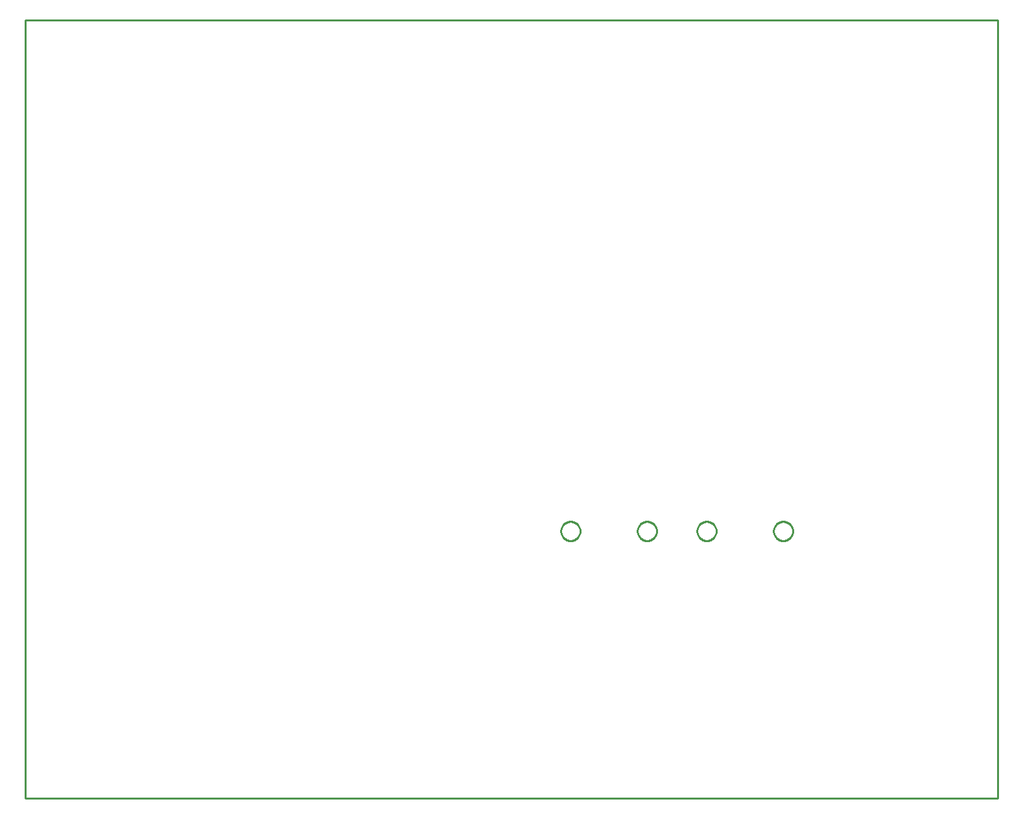
<source format=gbr>
G04 EAGLE Gerber RS-274X export*
G75*
%MOMM*%
%FSLAX34Y34*%
%LPD*%
%IN*%
%IPPOS*%
%AMOC8*
5,1,8,0,0,1.08239X$1,22.5*%
G01*
%ADD10C,0.254000*%


D10*
X0Y0D02*
X1269800Y0D01*
X1270000Y1016000D01*
X0Y1016000D01*
X0Y0D01*
X799500Y349591D02*
X799577Y350570D01*
X799731Y351541D01*
X799960Y352496D01*
X800264Y353430D01*
X800639Y354337D01*
X801085Y355212D01*
X801599Y356050D01*
X802176Y356845D01*
X802814Y357592D01*
X803508Y358286D01*
X804255Y358924D01*
X805050Y359501D01*
X805888Y360015D01*
X806763Y360461D01*
X807670Y360836D01*
X808604Y361140D01*
X809560Y361369D01*
X810530Y361523D01*
X811509Y361600D01*
X812491Y361600D01*
X813470Y361523D01*
X814441Y361369D01*
X815396Y361140D01*
X816330Y360836D01*
X817237Y360461D01*
X818112Y360015D01*
X818950Y359501D01*
X819745Y358924D01*
X820492Y358286D01*
X821186Y357592D01*
X821824Y356845D01*
X822401Y356050D01*
X822915Y355212D01*
X823361Y354337D01*
X823736Y353430D01*
X824040Y352496D01*
X824269Y351541D01*
X824423Y350570D01*
X824500Y349591D01*
X824500Y348609D01*
X824423Y347630D01*
X824269Y346660D01*
X824040Y345704D01*
X823736Y344770D01*
X823361Y343863D01*
X822915Y342988D01*
X822401Y342150D01*
X821824Y341355D01*
X821186Y340608D01*
X820492Y339914D01*
X819745Y339276D01*
X818950Y338699D01*
X818112Y338185D01*
X817237Y337739D01*
X816330Y337364D01*
X815396Y337060D01*
X814441Y336831D01*
X813470Y336677D01*
X812491Y336600D01*
X811509Y336600D01*
X810530Y336677D01*
X809560Y336831D01*
X808604Y337060D01*
X807670Y337364D01*
X806763Y337739D01*
X805888Y338185D01*
X805050Y338699D01*
X804255Y339276D01*
X803508Y339914D01*
X802814Y340608D01*
X802176Y341355D01*
X801599Y342150D01*
X801085Y342988D01*
X800639Y343863D01*
X800264Y344770D01*
X799960Y345704D01*
X799731Y346660D01*
X799577Y347630D01*
X799500Y348609D01*
X799500Y349591D01*
X699500Y349591D02*
X699577Y350570D01*
X699731Y351541D01*
X699960Y352496D01*
X700264Y353430D01*
X700639Y354337D01*
X701085Y355212D01*
X701599Y356050D01*
X702176Y356845D01*
X702814Y357592D01*
X703508Y358286D01*
X704255Y358924D01*
X705050Y359501D01*
X705888Y360015D01*
X706763Y360461D01*
X707670Y360836D01*
X708604Y361140D01*
X709560Y361369D01*
X710530Y361523D01*
X711509Y361600D01*
X712491Y361600D01*
X713470Y361523D01*
X714441Y361369D01*
X715396Y361140D01*
X716330Y360836D01*
X717237Y360461D01*
X718112Y360015D01*
X718950Y359501D01*
X719745Y358924D01*
X720492Y358286D01*
X721186Y357592D01*
X721824Y356845D01*
X722401Y356050D01*
X722915Y355212D01*
X723361Y354337D01*
X723736Y353430D01*
X724040Y352496D01*
X724269Y351541D01*
X724423Y350570D01*
X724500Y349591D01*
X724500Y348609D01*
X724423Y347630D01*
X724269Y346660D01*
X724040Y345704D01*
X723736Y344770D01*
X723361Y343863D01*
X722915Y342988D01*
X722401Y342150D01*
X721824Y341355D01*
X721186Y340608D01*
X720492Y339914D01*
X719745Y339276D01*
X718950Y338699D01*
X718112Y338185D01*
X717237Y337739D01*
X716330Y337364D01*
X715396Y337060D01*
X714441Y336831D01*
X713470Y336677D01*
X712491Y336600D01*
X711509Y336600D01*
X710530Y336677D01*
X709560Y336831D01*
X708604Y337060D01*
X707670Y337364D01*
X706763Y337739D01*
X705888Y338185D01*
X705050Y338699D01*
X704255Y339276D01*
X703508Y339914D01*
X702814Y340608D01*
X702176Y341355D01*
X701599Y342150D01*
X701085Y342988D01*
X700639Y343863D01*
X700264Y344770D01*
X699960Y345704D01*
X699731Y346660D01*
X699577Y347630D01*
X699500Y348609D01*
X699500Y349591D01*
X902300Y349591D02*
X902223Y350570D01*
X902069Y351541D01*
X901840Y352496D01*
X901536Y353430D01*
X901161Y354337D01*
X900715Y355212D01*
X900201Y356050D01*
X899624Y356845D01*
X898986Y357592D01*
X898292Y358286D01*
X897545Y358924D01*
X896750Y359501D01*
X895912Y360015D01*
X895037Y360461D01*
X894130Y360836D01*
X893196Y361140D01*
X892241Y361369D01*
X891270Y361523D01*
X890291Y361600D01*
X889309Y361600D01*
X888330Y361523D01*
X887360Y361369D01*
X886404Y361140D01*
X885470Y360836D01*
X884563Y360461D01*
X883688Y360015D01*
X882850Y359501D01*
X882055Y358924D01*
X881308Y358286D01*
X880614Y357592D01*
X879976Y356845D01*
X879399Y356050D01*
X878885Y355212D01*
X878439Y354337D01*
X878064Y353430D01*
X877760Y352496D01*
X877531Y351541D01*
X877377Y350570D01*
X877300Y349591D01*
X877300Y348609D01*
X877377Y347630D01*
X877531Y346660D01*
X877760Y345704D01*
X878064Y344770D01*
X878439Y343863D01*
X878885Y342988D01*
X879399Y342150D01*
X879976Y341355D01*
X880614Y340608D01*
X881308Y339914D01*
X882055Y339276D01*
X882850Y338699D01*
X883688Y338185D01*
X884563Y337739D01*
X885470Y337364D01*
X886404Y337060D01*
X887360Y336831D01*
X888330Y336677D01*
X889309Y336600D01*
X890291Y336600D01*
X891270Y336677D01*
X892241Y336831D01*
X893196Y337060D01*
X894130Y337364D01*
X895037Y337739D01*
X895912Y338185D01*
X896750Y338699D01*
X897545Y339276D01*
X898292Y339914D01*
X898986Y340608D01*
X899624Y341355D01*
X900201Y342150D01*
X900715Y342988D01*
X901161Y343863D01*
X901536Y344770D01*
X901840Y345704D01*
X902069Y346660D01*
X902223Y347630D01*
X902300Y348609D01*
X902300Y349591D01*
X1002300Y349591D02*
X1002223Y350570D01*
X1002069Y351541D01*
X1001840Y352496D01*
X1001536Y353430D01*
X1001161Y354337D01*
X1000715Y355212D01*
X1000201Y356050D01*
X999624Y356845D01*
X998986Y357592D01*
X998292Y358286D01*
X997545Y358924D01*
X996750Y359501D01*
X995912Y360015D01*
X995037Y360461D01*
X994130Y360836D01*
X993196Y361140D01*
X992241Y361369D01*
X991270Y361523D01*
X990291Y361600D01*
X989309Y361600D01*
X988330Y361523D01*
X987360Y361369D01*
X986404Y361140D01*
X985470Y360836D01*
X984563Y360461D01*
X983688Y360015D01*
X982850Y359501D01*
X982055Y358924D01*
X981308Y358286D01*
X980614Y357592D01*
X979976Y356845D01*
X979399Y356050D01*
X978885Y355212D01*
X978439Y354337D01*
X978064Y353430D01*
X977760Y352496D01*
X977531Y351541D01*
X977377Y350570D01*
X977300Y349591D01*
X977300Y348609D01*
X977377Y347630D01*
X977531Y346660D01*
X977760Y345704D01*
X978064Y344770D01*
X978439Y343863D01*
X978885Y342988D01*
X979399Y342150D01*
X979976Y341355D01*
X980614Y340608D01*
X981308Y339914D01*
X982055Y339276D01*
X982850Y338699D01*
X983688Y338185D01*
X984563Y337739D01*
X985470Y337364D01*
X986404Y337060D01*
X987360Y336831D01*
X988330Y336677D01*
X989309Y336600D01*
X990291Y336600D01*
X991270Y336677D01*
X992241Y336831D01*
X993196Y337060D01*
X994130Y337364D01*
X995037Y337739D01*
X995912Y338185D01*
X996750Y338699D01*
X997545Y339276D01*
X998292Y339914D01*
X998986Y340608D01*
X999624Y341355D01*
X1000201Y342150D01*
X1000715Y342988D01*
X1001161Y343863D01*
X1001536Y344770D01*
X1001840Y345704D01*
X1002069Y346660D01*
X1002223Y347630D01*
X1002300Y348609D01*
X1002300Y349591D01*
M02*

</source>
